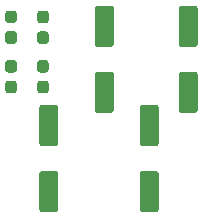
<source format=gtp>
G04 #@! TF.GenerationSoftware,KiCad,Pcbnew,(5.1.0)-1*
G04 #@! TF.CreationDate,2019-07-12T21:05:45-04:00*
G04 #@! TF.ProjectId,Genesis_SMS Breakout,47656e65-7369-4735-9f53-4d5320427265,rev?*
G04 #@! TF.SameCoordinates,Original*
G04 #@! TF.FileFunction,Paste,Top*
G04 #@! TF.FilePolarity,Positive*
%FSLAX46Y46*%
G04 Gerber Fmt 4.6, Leading zero omitted, Abs format (unit mm)*
G04 Created by KiCad (PCBNEW (5.1.0)-1) date 2019-07-12 21:05:45*
%MOMM*%
%LPD*%
G04 APERTURE LIST*
%ADD10C,0.100000*%
%ADD11C,1.600000*%
%ADD12C,0.950000*%
G04 APERTURE END LIST*
D10*
G36*
X164374504Y-72451204D02*
G01*
X164398773Y-72454804D01*
X164422571Y-72460765D01*
X164445671Y-72469030D01*
X164467849Y-72479520D01*
X164488893Y-72492133D01*
X164508598Y-72506747D01*
X164526777Y-72523223D01*
X164543253Y-72541402D01*
X164557867Y-72561107D01*
X164570480Y-72582151D01*
X164580970Y-72604329D01*
X164589235Y-72627429D01*
X164595196Y-72651227D01*
X164598796Y-72675496D01*
X164600000Y-72700000D01*
X164600000Y-75700000D01*
X164598796Y-75724504D01*
X164595196Y-75748773D01*
X164589235Y-75772571D01*
X164580970Y-75795671D01*
X164570480Y-75817849D01*
X164557867Y-75838893D01*
X164543253Y-75858598D01*
X164526777Y-75876777D01*
X164508598Y-75893253D01*
X164488893Y-75907867D01*
X164467849Y-75920480D01*
X164445671Y-75930970D01*
X164422571Y-75939235D01*
X164398773Y-75945196D01*
X164374504Y-75948796D01*
X164350000Y-75950000D01*
X163250000Y-75950000D01*
X163225496Y-75948796D01*
X163201227Y-75945196D01*
X163177429Y-75939235D01*
X163154329Y-75930970D01*
X163132151Y-75920480D01*
X163111107Y-75907867D01*
X163091402Y-75893253D01*
X163073223Y-75876777D01*
X163056747Y-75858598D01*
X163042133Y-75838893D01*
X163029520Y-75817849D01*
X163019030Y-75795671D01*
X163010765Y-75772571D01*
X163004804Y-75748773D01*
X163001204Y-75724504D01*
X163000000Y-75700000D01*
X163000000Y-72700000D01*
X163001204Y-72675496D01*
X163004804Y-72651227D01*
X163010765Y-72627429D01*
X163019030Y-72604329D01*
X163029520Y-72582151D01*
X163042133Y-72561107D01*
X163056747Y-72541402D01*
X163073223Y-72523223D01*
X163091402Y-72506747D01*
X163111107Y-72492133D01*
X163132151Y-72479520D01*
X163154329Y-72469030D01*
X163177429Y-72460765D01*
X163201227Y-72454804D01*
X163225496Y-72451204D01*
X163250000Y-72450000D01*
X164350000Y-72450000D01*
X164374504Y-72451204D01*
X164374504Y-72451204D01*
G37*
D11*
X163800000Y-74200000D03*
D10*
G36*
X164374504Y-78051204D02*
G01*
X164398773Y-78054804D01*
X164422571Y-78060765D01*
X164445671Y-78069030D01*
X164467849Y-78079520D01*
X164488893Y-78092133D01*
X164508598Y-78106747D01*
X164526777Y-78123223D01*
X164543253Y-78141402D01*
X164557867Y-78161107D01*
X164570480Y-78182151D01*
X164580970Y-78204329D01*
X164589235Y-78227429D01*
X164595196Y-78251227D01*
X164598796Y-78275496D01*
X164600000Y-78300000D01*
X164600000Y-81300000D01*
X164598796Y-81324504D01*
X164595196Y-81348773D01*
X164589235Y-81372571D01*
X164580970Y-81395671D01*
X164570480Y-81417849D01*
X164557867Y-81438893D01*
X164543253Y-81458598D01*
X164526777Y-81476777D01*
X164508598Y-81493253D01*
X164488893Y-81507867D01*
X164467849Y-81520480D01*
X164445671Y-81530970D01*
X164422571Y-81539235D01*
X164398773Y-81545196D01*
X164374504Y-81548796D01*
X164350000Y-81550000D01*
X163250000Y-81550000D01*
X163225496Y-81548796D01*
X163201227Y-81545196D01*
X163177429Y-81539235D01*
X163154329Y-81530970D01*
X163132151Y-81520480D01*
X163111107Y-81507867D01*
X163091402Y-81493253D01*
X163073223Y-81476777D01*
X163056747Y-81458598D01*
X163042133Y-81438893D01*
X163029520Y-81417849D01*
X163019030Y-81395671D01*
X163010765Y-81372571D01*
X163004804Y-81348773D01*
X163001204Y-81324504D01*
X163000000Y-81300000D01*
X163000000Y-78300000D01*
X163001204Y-78275496D01*
X163004804Y-78251227D01*
X163010765Y-78227429D01*
X163019030Y-78204329D01*
X163029520Y-78182151D01*
X163042133Y-78161107D01*
X163056747Y-78141402D01*
X163073223Y-78123223D01*
X163091402Y-78106747D01*
X163111107Y-78092133D01*
X163132151Y-78079520D01*
X163154329Y-78069030D01*
X163177429Y-78060765D01*
X163201227Y-78054804D01*
X163225496Y-78051204D01*
X163250000Y-78050000D01*
X164350000Y-78050000D01*
X164374504Y-78051204D01*
X164374504Y-78051204D01*
G37*
D11*
X163800000Y-79800000D03*
D10*
G36*
X155874504Y-78051204D02*
G01*
X155898773Y-78054804D01*
X155922571Y-78060765D01*
X155945671Y-78069030D01*
X155967849Y-78079520D01*
X155988893Y-78092133D01*
X156008598Y-78106747D01*
X156026777Y-78123223D01*
X156043253Y-78141402D01*
X156057867Y-78161107D01*
X156070480Y-78182151D01*
X156080970Y-78204329D01*
X156089235Y-78227429D01*
X156095196Y-78251227D01*
X156098796Y-78275496D01*
X156100000Y-78300000D01*
X156100000Y-81300000D01*
X156098796Y-81324504D01*
X156095196Y-81348773D01*
X156089235Y-81372571D01*
X156080970Y-81395671D01*
X156070480Y-81417849D01*
X156057867Y-81438893D01*
X156043253Y-81458598D01*
X156026777Y-81476777D01*
X156008598Y-81493253D01*
X155988893Y-81507867D01*
X155967849Y-81520480D01*
X155945671Y-81530970D01*
X155922571Y-81539235D01*
X155898773Y-81545196D01*
X155874504Y-81548796D01*
X155850000Y-81550000D01*
X154750000Y-81550000D01*
X154725496Y-81548796D01*
X154701227Y-81545196D01*
X154677429Y-81539235D01*
X154654329Y-81530970D01*
X154632151Y-81520480D01*
X154611107Y-81507867D01*
X154591402Y-81493253D01*
X154573223Y-81476777D01*
X154556747Y-81458598D01*
X154542133Y-81438893D01*
X154529520Y-81417849D01*
X154519030Y-81395671D01*
X154510765Y-81372571D01*
X154504804Y-81348773D01*
X154501204Y-81324504D01*
X154500000Y-81300000D01*
X154500000Y-78300000D01*
X154501204Y-78275496D01*
X154504804Y-78251227D01*
X154510765Y-78227429D01*
X154519030Y-78204329D01*
X154529520Y-78182151D01*
X154542133Y-78161107D01*
X154556747Y-78141402D01*
X154573223Y-78123223D01*
X154591402Y-78106747D01*
X154611107Y-78092133D01*
X154632151Y-78079520D01*
X154654329Y-78069030D01*
X154677429Y-78060765D01*
X154701227Y-78054804D01*
X154725496Y-78051204D01*
X154750000Y-78050000D01*
X155850000Y-78050000D01*
X155874504Y-78051204D01*
X155874504Y-78051204D01*
G37*
D11*
X155300000Y-79800000D03*
D10*
G36*
X155874504Y-72451204D02*
G01*
X155898773Y-72454804D01*
X155922571Y-72460765D01*
X155945671Y-72469030D01*
X155967849Y-72479520D01*
X155988893Y-72492133D01*
X156008598Y-72506747D01*
X156026777Y-72523223D01*
X156043253Y-72541402D01*
X156057867Y-72561107D01*
X156070480Y-72582151D01*
X156080970Y-72604329D01*
X156089235Y-72627429D01*
X156095196Y-72651227D01*
X156098796Y-72675496D01*
X156100000Y-72700000D01*
X156100000Y-75700000D01*
X156098796Y-75724504D01*
X156095196Y-75748773D01*
X156089235Y-75772571D01*
X156080970Y-75795671D01*
X156070480Y-75817849D01*
X156057867Y-75838893D01*
X156043253Y-75858598D01*
X156026777Y-75876777D01*
X156008598Y-75893253D01*
X155988893Y-75907867D01*
X155967849Y-75920480D01*
X155945671Y-75930970D01*
X155922571Y-75939235D01*
X155898773Y-75945196D01*
X155874504Y-75948796D01*
X155850000Y-75950000D01*
X154750000Y-75950000D01*
X154725496Y-75948796D01*
X154701227Y-75945196D01*
X154677429Y-75939235D01*
X154654329Y-75930970D01*
X154632151Y-75920480D01*
X154611107Y-75907867D01*
X154591402Y-75893253D01*
X154573223Y-75876777D01*
X154556747Y-75858598D01*
X154542133Y-75838893D01*
X154529520Y-75817849D01*
X154519030Y-75795671D01*
X154510765Y-75772571D01*
X154504804Y-75748773D01*
X154501204Y-75724504D01*
X154500000Y-75700000D01*
X154500000Y-72700000D01*
X154501204Y-72675496D01*
X154504804Y-72651227D01*
X154510765Y-72627429D01*
X154519030Y-72604329D01*
X154529520Y-72582151D01*
X154542133Y-72561107D01*
X154556747Y-72541402D01*
X154573223Y-72523223D01*
X154591402Y-72506747D01*
X154611107Y-72492133D01*
X154632151Y-72479520D01*
X154654329Y-72469030D01*
X154677429Y-72460765D01*
X154701227Y-72454804D01*
X154725496Y-72451204D01*
X154750000Y-72450000D01*
X155850000Y-72450000D01*
X155874504Y-72451204D01*
X155874504Y-72451204D01*
G37*
D11*
X155300000Y-74200000D03*
D10*
G36*
X160574504Y-64051204D02*
G01*
X160598773Y-64054804D01*
X160622571Y-64060765D01*
X160645671Y-64069030D01*
X160667849Y-64079520D01*
X160688893Y-64092133D01*
X160708598Y-64106747D01*
X160726777Y-64123223D01*
X160743253Y-64141402D01*
X160757867Y-64161107D01*
X160770480Y-64182151D01*
X160780970Y-64204329D01*
X160789235Y-64227429D01*
X160795196Y-64251227D01*
X160798796Y-64275496D01*
X160800000Y-64300000D01*
X160800000Y-67300000D01*
X160798796Y-67324504D01*
X160795196Y-67348773D01*
X160789235Y-67372571D01*
X160780970Y-67395671D01*
X160770480Y-67417849D01*
X160757867Y-67438893D01*
X160743253Y-67458598D01*
X160726777Y-67476777D01*
X160708598Y-67493253D01*
X160688893Y-67507867D01*
X160667849Y-67520480D01*
X160645671Y-67530970D01*
X160622571Y-67539235D01*
X160598773Y-67545196D01*
X160574504Y-67548796D01*
X160550000Y-67550000D01*
X159450000Y-67550000D01*
X159425496Y-67548796D01*
X159401227Y-67545196D01*
X159377429Y-67539235D01*
X159354329Y-67530970D01*
X159332151Y-67520480D01*
X159311107Y-67507867D01*
X159291402Y-67493253D01*
X159273223Y-67476777D01*
X159256747Y-67458598D01*
X159242133Y-67438893D01*
X159229520Y-67417849D01*
X159219030Y-67395671D01*
X159210765Y-67372571D01*
X159204804Y-67348773D01*
X159201204Y-67324504D01*
X159200000Y-67300000D01*
X159200000Y-64300000D01*
X159201204Y-64275496D01*
X159204804Y-64251227D01*
X159210765Y-64227429D01*
X159219030Y-64204329D01*
X159229520Y-64182151D01*
X159242133Y-64161107D01*
X159256747Y-64141402D01*
X159273223Y-64123223D01*
X159291402Y-64106747D01*
X159311107Y-64092133D01*
X159332151Y-64079520D01*
X159354329Y-64069030D01*
X159377429Y-64060765D01*
X159401227Y-64054804D01*
X159425496Y-64051204D01*
X159450000Y-64050000D01*
X160550000Y-64050000D01*
X160574504Y-64051204D01*
X160574504Y-64051204D01*
G37*
D11*
X160000000Y-65800000D03*
D10*
G36*
X160574504Y-69651204D02*
G01*
X160598773Y-69654804D01*
X160622571Y-69660765D01*
X160645671Y-69669030D01*
X160667849Y-69679520D01*
X160688893Y-69692133D01*
X160708598Y-69706747D01*
X160726777Y-69723223D01*
X160743253Y-69741402D01*
X160757867Y-69761107D01*
X160770480Y-69782151D01*
X160780970Y-69804329D01*
X160789235Y-69827429D01*
X160795196Y-69851227D01*
X160798796Y-69875496D01*
X160800000Y-69900000D01*
X160800000Y-72900000D01*
X160798796Y-72924504D01*
X160795196Y-72948773D01*
X160789235Y-72972571D01*
X160780970Y-72995671D01*
X160770480Y-73017849D01*
X160757867Y-73038893D01*
X160743253Y-73058598D01*
X160726777Y-73076777D01*
X160708598Y-73093253D01*
X160688893Y-73107867D01*
X160667849Y-73120480D01*
X160645671Y-73130970D01*
X160622571Y-73139235D01*
X160598773Y-73145196D01*
X160574504Y-73148796D01*
X160550000Y-73150000D01*
X159450000Y-73150000D01*
X159425496Y-73148796D01*
X159401227Y-73145196D01*
X159377429Y-73139235D01*
X159354329Y-73130970D01*
X159332151Y-73120480D01*
X159311107Y-73107867D01*
X159291402Y-73093253D01*
X159273223Y-73076777D01*
X159256747Y-73058598D01*
X159242133Y-73038893D01*
X159229520Y-73017849D01*
X159219030Y-72995671D01*
X159210765Y-72972571D01*
X159204804Y-72948773D01*
X159201204Y-72924504D01*
X159200000Y-72900000D01*
X159200000Y-69900000D01*
X159201204Y-69875496D01*
X159204804Y-69851227D01*
X159210765Y-69827429D01*
X159219030Y-69804329D01*
X159229520Y-69782151D01*
X159242133Y-69761107D01*
X159256747Y-69741402D01*
X159273223Y-69723223D01*
X159291402Y-69706747D01*
X159311107Y-69692133D01*
X159332151Y-69679520D01*
X159354329Y-69669030D01*
X159377429Y-69660765D01*
X159401227Y-69654804D01*
X159425496Y-69651204D01*
X159450000Y-69650000D01*
X160550000Y-69650000D01*
X160574504Y-69651204D01*
X160574504Y-69651204D01*
G37*
D11*
X160000000Y-71400000D03*
D10*
G36*
X167674504Y-69651204D02*
G01*
X167698773Y-69654804D01*
X167722571Y-69660765D01*
X167745671Y-69669030D01*
X167767849Y-69679520D01*
X167788893Y-69692133D01*
X167808598Y-69706747D01*
X167826777Y-69723223D01*
X167843253Y-69741402D01*
X167857867Y-69761107D01*
X167870480Y-69782151D01*
X167880970Y-69804329D01*
X167889235Y-69827429D01*
X167895196Y-69851227D01*
X167898796Y-69875496D01*
X167900000Y-69900000D01*
X167900000Y-72900000D01*
X167898796Y-72924504D01*
X167895196Y-72948773D01*
X167889235Y-72972571D01*
X167880970Y-72995671D01*
X167870480Y-73017849D01*
X167857867Y-73038893D01*
X167843253Y-73058598D01*
X167826777Y-73076777D01*
X167808598Y-73093253D01*
X167788893Y-73107867D01*
X167767849Y-73120480D01*
X167745671Y-73130970D01*
X167722571Y-73139235D01*
X167698773Y-73145196D01*
X167674504Y-73148796D01*
X167650000Y-73150000D01*
X166550000Y-73150000D01*
X166525496Y-73148796D01*
X166501227Y-73145196D01*
X166477429Y-73139235D01*
X166454329Y-73130970D01*
X166432151Y-73120480D01*
X166411107Y-73107867D01*
X166391402Y-73093253D01*
X166373223Y-73076777D01*
X166356747Y-73058598D01*
X166342133Y-73038893D01*
X166329520Y-73017849D01*
X166319030Y-72995671D01*
X166310765Y-72972571D01*
X166304804Y-72948773D01*
X166301204Y-72924504D01*
X166300000Y-72900000D01*
X166300000Y-69900000D01*
X166301204Y-69875496D01*
X166304804Y-69851227D01*
X166310765Y-69827429D01*
X166319030Y-69804329D01*
X166329520Y-69782151D01*
X166342133Y-69761107D01*
X166356747Y-69741402D01*
X166373223Y-69723223D01*
X166391402Y-69706747D01*
X166411107Y-69692133D01*
X166432151Y-69679520D01*
X166454329Y-69669030D01*
X166477429Y-69660765D01*
X166501227Y-69654804D01*
X166525496Y-69651204D01*
X166550000Y-69650000D01*
X167650000Y-69650000D01*
X167674504Y-69651204D01*
X167674504Y-69651204D01*
G37*
D11*
X167100000Y-71400000D03*
D10*
G36*
X167674504Y-64051204D02*
G01*
X167698773Y-64054804D01*
X167722571Y-64060765D01*
X167745671Y-64069030D01*
X167767849Y-64079520D01*
X167788893Y-64092133D01*
X167808598Y-64106747D01*
X167826777Y-64123223D01*
X167843253Y-64141402D01*
X167857867Y-64161107D01*
X167870480Y-64182151D01*
X167880970Y-64204329D01*
X167889235Y-64227429D01*
X167895196Y-64251227D01*
X167898796Y-64275496D01*
X167900000Y-64300000D01*
X167900000Y-67300000D01*
X167898796Y-67324504D01*
X167895196Y-67348773D01*
X167889235Y-67372571D01*
X167880970Y-67395671D01*
X167870480Y-67417849D01*
X167857867Y-67438893D01*
X167843253Y-67458598D01*
X167826777Y-67476777D01*
X167808598Y-67493253D01*
X167788893Y-67507867D01*
X167767849Y-67520480D01*
X167745671Y-67530970D01*
X167722571Y-67539235D01*
X167698773Y-67545196D01*
X167674504Y-67548796D01*
X167650000Y-67550000D01*
X166550000Y-67550000D01*
X166525496Y-67548796D01*
X166501227Y-67545196D01*
X166477429Y-67539235D01*
X166454329Y-67530970D01*
X166432151Y-67520480D01*
X166411107Y-67507867D01*
X166391402Y-67493253D01*
X166373223Y-67476777D01*
X166356747Y-67458598D01*
X166342133Y-67438893D01*
X166329520Y-67417849D01*
X166319030Y-67395671D01*
X166310765Y-67372571D01*
X166304804Y-67348773D01*
X166301204Y-67324504D01*
X166300000Y-67300000D01*
X166300000Y-64300000D01*
X166301204Y-64275496D01*
X166304804Y-64251227D01*
X166310765Y-64227429D01*
X166319030Y-64204329D01*
X166329520Y-64182151D01*
X166342133Y-64161107D01*
X166356747Y-64141402D01*
X166373223Y-64123223D01*
X166391402Y-64106747D01*
X166411107Y-64092133D01*
X166432151Y-64079520D01*
X166454329Y-64069030D01*
X166477429Y-64060765D01*
X166501227Y-64054804D01*
X166525496Y-64051204D01*
X166550000Y-64050000D01*
X167650000Y-64050000D01*
X167674504Y-64051204D01*
X167674504Y-64051204D01*
G37*
D11*
X167100000Y-65800000D03*
D10*
G36*
X155060779Y-70426144D02*
G01*
X155083834Y-70429563D01*
X155106443Y-70435227D01*
X155128387Y-70443079D01*
X155149457Y-70453044D01*
X155169448Y-70465026D01*
X155188168Y-70478910D01*
X155205438Y-70494562D01*
X155221090Y-70511832D01*
X155234974Y-70530552D01*
X155246956Y-70550543D01*
X155256921Y-70571613D01*
X155264773Y-70593557D01*
X155270437Y-70616166D01*
X155273856Y-70639221D01*
X155275000Y-70662500D01*
X155275000Y-71237500D01*
X155273856Y-71260779D01*
X155270437Y-71283834D01*
X155264773Y-71306443D01*
X155256921Y-71328387D01*
X155246956Y-71349457D01*
X155234974Y-71369448D01*
X155221090Y-71388168D01*
X155205438Y-71405438D01*
X155188168Y-71421090D01*
X155169448Y-71434974D01*
X155149457Y-71446956D01*
X155128387Y-71456921D01*
X155106443Y-71464773D01*
X155083834Y-71470437D01*
X155060779Y-71473856D01*
X155037500Y-71475000D01*
X154562500Y-71475000D01*
X154539221Y-71473856D01*
X154516166Y-71470437D01*
X154493557Y-71464773D01*
X154471613Y-71456921D01*
X154450543Y-71446956D01*
X154430552Y-71434974D01*
X154411832Y-71421090D01*
X154394562Y-71405438D01*
X154378910Y-71388168D01*
X154365026Y-71369448D01*
X154353044Y-71349457D01*
X154343079Y-71328387D01*
X154335227Y-71306443D01*
X154329563Y-71283834D01*
X154326144Y-71260779D01*
X154325000Y-71237500D01*
X154325000Y-70662500D01*
X154326144Y-70639221D01*
X154329563Y-70616166D01*
X154335227Y-70593557D01*
X154343079Y-70571613D01*
X154353044Y-70550543D01*
X154365026Y-70530552D01*
X154378910Y-70511832D01*
X154394562Y-70494562D01*
X154411832Y-70478910D01*
X154430552Y-70465026D01*
X154450543Y-70453044D01*
X154471613Y-70443079D01*
X154493557Y-70435227D01*
X154516166Y-70429563D01*
X154539221Y-70426144D01*
X154562500Y-70425000D01*
X155037500Y-70425000D01*
X155060779Y-70426144D01*
X155060779Y-70426144D01*
G37*
D12*
X154800000Y-70950000D03*
D10*
G36*
X155060779Y-68676144D02*
G01*
X155083834Y-68679563D01*
X155106443Y-68685227D01*
X155128387Y-68693079D01*
X155149457Y-68703044D01*
X155169448Y-68715026D01*
X155188168Y-68728910D01*
X155205438Y-68744562D01*
X155221090Y-68761832D01*
X155234974Y-68780552D01*
X155246956Y-68800543D01*
X155256921Y-68821613D01*
X155264773Y-68843557D01*
X155270437Y-68866166D01*
X155273856Y-68889221D01*
X155275000Y-68912500D01*
X155275000Y-69487500D01*
X155273856Y-69510779D01*
X155270437Y-69533834D01*
X155264773Y-69556443D01*
X155256921Y-69578387D01*
X155246956Y-69599457D01*
X155234974Y-69619448D01*
X155221090Y-69638168D01*
X155205438Y-69655438D01*
X155188168Y-69671090D01*
X155169448Y-69684974D01*
X155149457Y-69696956D01*
X155128387Y-69706921D01*
X155106443Y-69714773D01*
X155083834Y-69720437D01*
X155060779Y-69723856D01*
X155037500Y-69725000D01*
X154562500Y-69725000D01*
X154539221Y-69723856D01*
X154516166Y-69720437D01*
X154493557Y-69714773D01*
X154471613Y-69706921D01*
X154450543Y-69696956D01*
X154430552Y-69684974D01*
X154411832Y-69671090D01*
X154394562Y-69655438D01*
X154378910Y-69638168D01*
X154365026Y-69619448D01*
X154353044Y-69599457D01*
X154343079Y-69578387D01*
X154335227Y-69556443D01*
X154329563Y-69533834D01*
X154326144Y-69510779D01*
X154325000Y-69487500D01*
X154325000Y-68912500D01*
X154326144Y-68889221D01*
X154329563Y-68866166D01*
X154335227Y-68843557D01*
X154343079Y-68821613D01*
X154353044Y-68800543D01*
X154365026Y-68780552D01*
X154378910Y-68761832D01*
X154394562Y-68744562D01*
X154411832Y-68728910D01*
X154430552Y-68715026D01*
X154450543Y-68703044D01*
X154471613Y-68693079D01*
X154493557Y-68685227D01*
X154516166Y-68679563D01*
X154539221Y-68676144D01*
X154562500Y-68675000D01*
X155037500Y-68675000D01*
X155060779Y-68676144D01*
X155060779Y-68676144D01*
G37*
D12*
X154800000Y-69200000D03*
D10*
G36*
X152360779Y-68676144D02*
G01*
X152383834Y-68679563D01*
X152406443Y-68685227D01*
X152428387Y-68693079D01*
X152449457Y-68703044D01*
X152469448Y-68715026D01*
X152488168Y-68728910D01*
X152505438Y-68744562D01*
X152521090Y-68761832D01*
X152534974Y-68780552D01*
X152546956Y-68800543D01*
X152556921Y-68821613D01*
X152564773Y-68843557D01*
X152570437Y-68866166D01*
X152573856Y-68889221D01*
X152575000Y-68912500D01*
X152575000Y-69487500D01*
X152573856Y-69510779D01*
X152570437Y-69533834D01*
X152564773Y-69556443D01*
X152556921Y-69578387D01*
X152546956Y-69599457D01*
X152534974Y-69619448D01*
X152521090Y-69638168D01*
X152505438Y-69655438D01*
X152488168Y-69671090D01*
X152469448Y-69684974D01*
X152449457Y-69696956D01*
X152428387Y-69706921D01*
X152406443Y-69714773D01*
X152383834Y-69720437D01*
X152360779Y-69723856D01*
X152337500Y-69725000D01*
X151862500Y-69725000D01*
X151839221Y-69723856D01*
X151816166Y-69720437D01*
X151793557Y-69714773D01*
X151771613Y-69706921D01*
X151750543Y-69696956D01*
X151730552Y-69684974D01*
X151711832Y-69671090D01*
X151694562Y-69655438D01*
X151678910Y-69638168D01*
X151665026Y-69619448D01*
X151653044Y-69599457D01*
X151643079Y-69578387D01*
X151635227Y-69556443D01*
X151629563Y-69533834D01*
X151626144Y-69510779D01*
X151625000Y-69487500D01*
X151625000Y-68912500D01*
X151626144Y-68889221D01*
X151629563Y-68866166D01*
X151635227Y-68843557D01*
X151643079Y-68821613D01*
X151653044Y-68800543D01*
X151665026Y-68780552D01*
X151678910Y-68761832D01*
X151694562Y-68744562D01*
X151711832Y-68728910D01*
X151730552Y-68715026D01*
X151750543Y-68703044D01*
X151771613Y-68693079D01*
X151793557Y-68685227D01*
X151816166Y-68679563D01*
X151839221Y-68676144D01*
X151862500Y-68675000D01*
X152337500Y-68675000D01*
X152360779Y-68676144D01*
X152360779Y-68676144D01*
G37*
D12*
X152100000Y-69200000D03*
D10*
G36*
X152360779Y-70426144D02*
G01*
X152383834Y-70429563D01*
X152406443Y-70435227D01*
X152428387Y-70443079D01*
X152449457Y-70453044D01*
X152469448Y-70465026D01*
X152488168Y-70478910D01*
X152505438Y-70494562D01*
X152521090Y-70511832D01*
X152534974Y-70530552D01*
X152546956Y-70550543D01*
X152556921Y-70571613D01*
X152564773Y-70593557D01*
X152570437Y-70616166D01*
X152573856Y-70639221D01*
X152575000Y-70662500D01*
X152575000Y-71237500D01*
X152573856Y-71260779D01*
X152570437Y-71283834D01*
X152564773Y-71306443D01*
X152556921Y-71328387D01*
X152546956Y-71349457D01*
X152534974Y-71369448D01*
X152521090Y-71388168D01*
X152505438Y-71405438D01*
X152488168Y-71421090D01*
X152469448Y-71434974D01*
X152449457Y-71446956D01*
X152428387Y-71456921D01*
X152406443Y-71464773D01*
X152383834Y-71470437D01*
X152360779Y-71473856D01*
X152337500Y-71475000D01*
X151862500Y-71475000D01*
X151839221Y-71473856D01*
X151816166Y-71470437D01*
X151793557Y-71464773D01*
X151771613Y-71456921D01*
X151750543Y-71446956D01*
X151730552Y-71434974D01*
X151711832Y-71421090D01*
X151694562Y-71405438D01*
X151678910Y-71388168D01*
X151665026Y-71369448D01*
X151653044Y-71349457D01*
X151643079Y-71328387D01*
X151635227Y-71306443D01*
X151629563Y-71283834D01*
X151626144Y-71260779D01*
X151625000Y-71237500D01*
X151625000Y-70662500D01*
X151626144Y-70639221D01*
X151629563Y-70616166D01*
X151635227Y-70593557D01*
X151643079Y-70571613D01*
X151653044Y-70550543D01*
X151665026Y-70530552D01*
X151678910Y-70511832D01*
X151694562Y-70494562D01*
X151711832Y-70478910D01*
X151730552Y-70465026D01*
X151750543Y-70453044D01*
X151771613Y-70443079D01*
X151793557Y-70435227D01*
X151816166Y-70429563D01*
X151839221Y-70426144D01*
X151862500Y-70425000D01*
X152337500Y-70425000D01*
X152360779Y-70426144D01*
X152360779Y-70426144D01*
G37*
D12*
X152100000Y-70950000D03*
D10*
G36*
X152360779Y-66226144D02*
G01*
X152383834Y-66229563D01*
X152406443Y-66235227D01*
X152428387Y-66243079D01*
X152449457Y-66253044D01*
X152469448Y-66265026D01*
X152488168Y-66278910D01*
X152505438Y-66294562D01*
X152521090Y-66311832D01*
X152534974Y-66330552D01*
X152546956Y-66350543D01*
X152556921Y-66371613D01*
X152564773Y-66393557D01*
X152570437Y-66416166D01*
X152573856Y-66439221D01*
X152575000Y-66462500D01*
X152575000Y-67037500D01*
X152573856Y-67060779D01*
X152570437Y-67083834D01*
X152564773Y-67106443D01*
X152556921Y-67128387D01*
X152546956Y-67149457D01*
X152534974Y-67169448D01*
X152521090Y-67188168D01*
X152505438Y-67205438D01*
X152488168Y-67221090D01*
X152469448Y-67234974D01*
X152449457Y-67246956D01*
X152428387Y-67256921D01*
X152406443Y-67264773D01*
X152383834Y-67270437D01*
X152360779Y-67273856D01*
X152337500Y-67275000D01*
X151862500Y-67275000D01*
X151839221Y-67273856D01*
X151816166Y-67270437D01*
X151793557Y-67264773D01*
X151771613Y-67256921D01*
X151750543Y-67246956D01*
X151730552Y-67234974D01*
X151711832Y-67221090D01*
X151694562Y-67205438D01*
X151678910Y-67188168D01*
X151665026Y-67169448D01*
X151653044Y-67149457D01*
X151643079Y-67128387D01*
X151635227Y-67106443D01*
X151629563Y-67083834D01*
X151626144Y-67060779D01*
X151625000Y-67037500D01*
X151625000Y-66462500D01*
X151626144Y-66439221D01*
X151629563Y-66416166D01*
X151635227Y-66393557D01*
X151643079Y-66371613D01*
X151653044Y-66350543D01*
X151665026Y-66330552D01*
X151678910Y-66311832D01*
X151694562Y-66294562D01*
X151711832Y-66278910D01*
X151730552Y-66265026D01*
X151750543Y-66253044D01*
X151771613Y-66243079D01*
X151793557Y-66235227D01*
X151816166Y-66229563D01*
X151839221Y-66226144D01*
X151862500Y-66225000D01*
X152337500Y-66225000D01*
X152360779Y-66226144D01*
X152360779Y-66226144D01*
G37*
D12*
X152100000Y-66750000D03*
D10*
G36*
X152360779Y-64476144D02*
G01*
X152383834Y-64479563D01*
X152406443Y-64485227D01*
X152428387Y-64493079D01*
X152449457Y-64503044D01*
X152469448Y-64515026D01*
X152488168Y-64528910D01*
X152505438Y-64544562D01*
X152521090Y-64561832D01*
X152534974Y-64580552D01*
X152546956Y-64600543D01*
X152556921Y-64621613D01*
X152564773Y-64643557D01*
X152570437Y-64666166D01*
X152573856Y-64689221D01*
X152575000Y-64712500D01*
X152575000Y-65287500D01*
X152573856Y-65310779D01*
X152570437Y-65333834D01*
X152564773Y-65356443D01*
X152556921Y-65378387D01*
X152546956Y-65399457D01*
X152534974Y-65419448D01*
X152521090Y-65438168D01*
X152505438Y-65455438D01*
X152488168Y-65471090D01*
X152469448Y-65484974D01*
X152449457Y-65496956D01*
X152428387Y-65506921D01*
X152406443Y-65514773D01*
X152383834Y-65520437D01*
X152360779Y-65523856D01*
X152337500Y-65525000D01*
X151862500Y-65525000D01*
X151839221Y-65523856D01*
X151816166Y-65520437D01*
X151793557Y-65514773D01*
X151771613Y-65506921D01*
X151750543Y-65496956D01*
X151730552Y-65484974D01*
X151711832Y-65471090D01*
X151694562Y-65455438D01*
X151678910Y-65438168D01*
X151665026Y-65419448D01*
X151653044Y-65399457D01*
X151643079Y-65378387D01*
X151635227Y-65356443D01*
X151629563Y-65333834D01*
X151626144Y-65310779D01*
X151625000Y-65287500D01*
X151625000Y-64712500D01*
X151626144Y-64689221D01*
X151629563Y-64666166D01*
X151635227Y-64643557D01*
X151643079Y-64621613D01*
X151653044Y-64600543D01*
X151665026Y-64580552D01*
X151678910Y-64561832D01*
X151694562Y-64544562D01*
X151711832Y-64528910D01*
X151730552Y-64515026D01*
X151750543Y-64503044D01*
X151771613Y-64493079D01*
X151793557Y-64485227D01*
X151816166Y-64479563D01*
X151839221Y-64476144D01*
X151862500Y-64475000D01*
X152337500Y-64475000D01*
X152360779Y-64476144D01*
X152360779Y-64476144D01*
G37*
D12*
X152100000Y-65000000D03*
D10*
G36*
X155060779Y-64501144D02*
G01*
X155083834Y-64504563D01*
X155106443Y-64510227D01*
X155128387Y-64518079D01*
X155149457Y-64528044D01*
X155169448Y-64540026D01*
X155188168Y-64553910D01*
X155205438Y-64569562D01*
X155221090Y-64586832D01*
X155234974Y-64605552D01*
X155246956Y-64625543D01*
X155256921Y-64646613D01*
X155264773Y-64668557D01*
X155270437Y-64691166D01*
X155273856Y-64714221D01*
X155275000Y-64737500D01*
X155275000Y-65312500D01*
X155273856Y-65335779D01*
X155270437Y-65358834D01*
X155264773Y-65381443D01*
X155256921Y-65403387D01*
X155246956Y-65424457D01*
X155234974Y-65444448D01*
X155221090Y-65463168D01*
X155205438Y-65480438D01*
X155188168Y-65496090D01*
X155169448Y-65509974D01*
X155149457Y-65521956D01*
X155128387Y-65531921D01*
X155106443Y-65539773D01*
X155083834Y-65545437D01*
X155060779Y-65548856D01*
X155037500Y-65550000D01*
X154562500Y-65550000D01*
X154539221Y-65548856D01*
X154516166Y-65545437D01*
X154493557Y-65539773D01*
X154471613Y-65531921D01*
X154450543Y-65521956D01*
X154430552Y-65509974D01*
X154411832Y-65496090D01*
X154394562Y-65480438D01*
X154378910Y-65463168D01*
X154365026Y-65444448D01*
X154353044Y-65424457D01*
X154343079Y-65403387D01*
X154335227Y-65381443D01*
X154329563Y-65358834D01*
X154326144Y-65335779D01*
X154325000Y-65312500D01*
X154325000Y-64737500D01*
X154326144Y-64714221D01*
X154329563Y-64691166D01*
X154335227Y-64668557D01*
X154343079Y-64646613D01*
X154353044Y-64625543D01*
X154365026Y-64605552D01*
X154378910Y-64586832D01*
X154394562Y-64569562D01*
X154411832Y-64553910D01*
X154430552Y-64540026D01*
X154450543Y-64528044D01*
X154471613Y-64518079D01*
X154493557Y-64510227D01*
X154516166Y-64504563D01*
X154539221Y-64501144D01*
X154562500Y-64500000D01*
X155037500Y-64500000D01*
X155060779Y-64501144D01*
X155060779Y-64501144D01*
G37*
D12*
X154800000Y-65025000D03*
D10*
G36*
X155060779Y-66251144D02*
G01*
X155083834Y-66254563D01*
X155106443Y-66260227D01*
X155128387Y-66268079D01*
X155149457Y-66278044D01*
X155169448Y-66290026D01*
X155188168Y-66303910D01*
X155205438Y-66319562D01*
X155221090Y-66336832D01*
X155234974Y-66355552D01*
X155246956Y-66375543D01*
X155256921Y-66396613D01*
X155264773Y-66418557D01*
X155270437Y-66441166D01*
X155273856Y-66464221D01*
X155275000Y-66487500D01*
X155275000Y-67062500D01*
X155273856Y-67085779D01*
X155270437Y-67108834D01*
X155264773Y-67131443D01*
X155256921Y-67153387D01*
X155246956Y-67174457D01*
X155234974Y-67194448D01*
X155221090Y-67213168D01*
X155205438Y-67230438D01*
X155188168Y-67246090D01*
X155169448Y-67259974D01*
X155149457Y-67271956D01*
X155128387Y-67281921D01*
X155106443Y-67289773D01*
X155083834Y-67295437D01*
X155060779Y-67298856D01*
X155037500Y-67300000D01*
X154562500Y-67300000D01*
X154539221Y-67298856D01*
X154516166Y-67295437D01*
X154493557Y-67289773D01*
X154471613Y-67281921D01*
X154450543Y-67271956D01*
X154430552Y-67259974D01*
X154411832Y-67246090D01*
X154394562Y-67230438D01*
X154378910Y-67213168D01*
X154365026Y-67194448D01*
X154353044Y-67174457D01*
X154343079Y-67153387D01*
X154335227Y-67131443D01*
X154329563Y-67108834D01*
X154326144Y-67085779D01*
X154325000Y-67062500D01*
X154325000Y-66487500D01*
X154326144Y-66464221D01*
X154329563Y-66441166D01*
X154335227Y-66418557D01*
X154343079Y-66396613D01*
X154353044Y-66375543D01*
X154365026Y-66355552D01*
X154378910Y-66336832D01*
X154394562Y-66319562D01*
X154411832Y-66303910D01*
X154430552Y-66290026D01*
X154450543Y-66278044D01*
X154471613Y-66268079D01*
X154493557Y-66260227D01*
X154516166Y-66254563D01*
X154539221Y-66251144D01*
X154562500Y-66250000D01*
X155037500Y-66250000D01*
X155060779Y-66251144D01*
X155060779Y-66251144D01*
G37*
D12*
X154800000Y-66775000D03*
M02*

</source>
